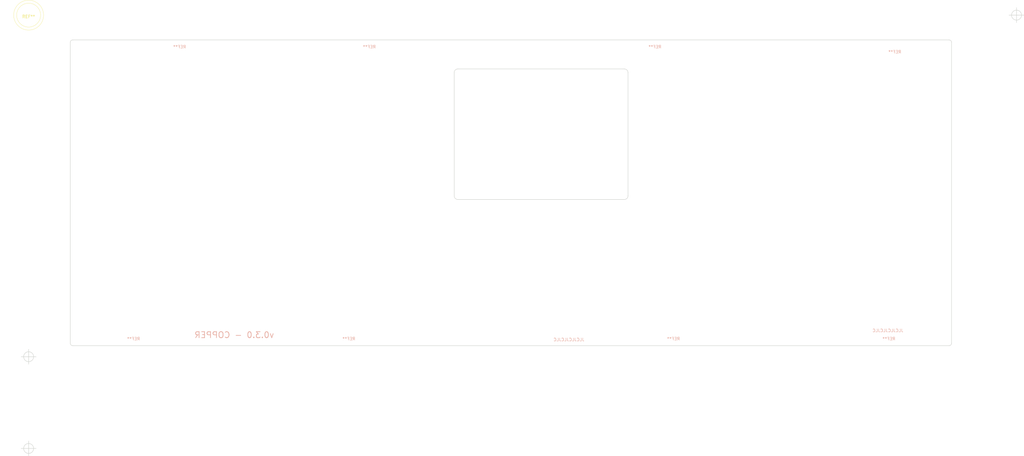
<source format=kicad_pcb>
(kicad_pcb (version 20171130) (host pcbnew 5.1.5+dfsg1-2build2)
  (layers (0 F.Cu signal) (31 B.Cu signal) (34 B.Paste user hide) (35 F.Paste user) (36 B.SilkS user) (37 F.SilkS user) (38 B.Mask user) (39 F.Mask user) (44 Edge.Cuts user))
  (net 0 "")
  (module OTTO_Footprints_Lib:mic_hole_front_plate (layer F.Cu) (at 276.07 13.8)
    (fp_text reference REF** hide)
    (fp_text value mic_hole_front_plate)
    (pad "" np_thru_hole circle (at 0 0) (size 1 1) (drill 1) (layers *.Cu *.Mask))
  )
  (module OTTO_Footprints_Lib:ALPS_SKHC (layer F.Cu) (at 134.2 96.1)
    (fp_text reference SW7 (at 0 0 90) (layer F.SilkS))
    (fp_text value "ALPS SKHC")
    (pad "" np_thru_hole circle (at 0 0) (size 11.7 11.7) (drill 11.7) (layers *.Cu *.Mask))
  )
  (module OTTO_Icons_Lib:icons_grid_v3 (layer F.Cu) (at 256.09 37.63)
    (fp_text reference G*** hide)
    (fp_text value LOGO hide)
  )
  (module OTTO_Icons_Lib:logo (layer F.Cu) (at 35.1256 27.0588)
    (fp_text reference G*** hide)
    (fp_text value LOGO hide)
  )
  (module OTTO_Footprints_Lib:RightAngle_Small (layer B.Cu) (at 34.96 109.61)
    (fp_text reference REF** (at 0.1 -1.3) (layer B.SilkS) (effects (justify mirror)))
    (fp_text value RightAngle_Small)
  )
  (module OTTO_Footprints_Lib:RightAngle_Small (layer B.Cu) (at 106.93 109.6)
    (fp_text reference REF** (at 0.1 -1.3) (layer B.SilkS) (effects (justify mirror)))
    (fp_text value RightAngle_Small)
  )
  (module OTTO_Footprints_Lib:RightAngle_Small (layer B.Cu) (at 209.43 9.32 180)
    (fp_text reference REF** (at 0.1 -1.3) (layer B.SilkS) (effects (justify mirror)))
    (fp_text value RightAngle_Small)
  )
  (module OTTO_Footprints_Lib:RightAngle_Small (layer B.Cu) (at 289.61 9.32 180)
    (fp_text reference REF** (at 0.1 -3) (layer B.SilkS) (effects (justify mirror)))
    (fp_text value RightAngle_Small)
  )
  (module OTTO_Footprints_Lib:RightAngle_Large (layer B.Cu) (at 50.56 9.32 180)
    (fp_text reference REF** (at 0.1 -1.3) (layer B.SilkS) (effects (justify mirror)))
    (fp_text value RightAngle_Large)
  )
  (module OTTO_Footprints_Lib:RightAngle_Small (layer B.Cu) (at 215.43 109.6)
    (fp_text reference REF** (at 0.1 -1.3) (layer B.SilkS) (effects (justify mirror)))
    (fp_text value RightAngle_Small)
  )
  (module OTTO_Footprints_Lib:RightAngle_Small (layer B.Cu) (at 287.43 109.6)
    (fp_text reference REF** (at 0.1 -1.3) (layer B.SilkS) (effects (justify mirror)))
    (fp_text value RightAngle_Small)
  )
  (module OTTO_Footprints_Lib:RightAngle_Large (layer B.Cu) (at 113.98 9.32 180)
    (fp_text reference REF** (at 0.1 -1.3) (layer B.SilkS) (effects (justify mirror)))
    (fp_text value RightAngle_Large)
  )
  (module OTTO_Icons_Lib:only_hole (layer F.Cu) (at 221.7 59.85)
    (fp_text reference G*** hide)
    (fp_text value LOGO hide)
    (pad "" np_thru_hole circle (at 0 0) (size 3.2 3.2) (drill 3.2) (layers *.Cu *.Mask))
  )
  (module OTTO_Icons_Lib:only_hole (layer F.Cu) (at 299.7 47.85)
    (fp_text reference G*** hide)
    (fp_text value LOGO hide)
    (pad "" np_thru_hole circle (at 0 0) (size 3.2 3.2) (drill 3.2) (layers *.Cu *.Mask))
  )
  (module OTTO_Icons_Lib:only_hole (layer F.Cu) (at 287.7 47.85)
    (fp_text reference G*** hide)
    (fp_text value LOGO hide)
    (pad "" np_thru_hole circle (at 0 0) (size 3.2 3.2) (drill 3.2) (layers *.Cu *.Mask))
  )
  (module OTTO_Icons_Lib:only_hole (layer F.Cu) (at 233.7 47.85)
    (fp_text reference G*** hide)
    (fp_text value LOGO hide)
    (pad "" np_thru_hole circle (at 0 0) (size 3.2 3.2) (drill 3.2) (layers *.Cu *.Mask))
  )
  (module OTTO_Icons_Lib:only_hole (layer F.Cu) (at 221.7 47.85)
    (fp_text reference G*** hide)
    (fp_text value LOGO hide)
    (pad "" np_thru_hole circle (at 0 0) (size 3.2 3.2) (drill 3.2) (layers *.Cu *.Mask))
  )
  (module OTTO_Icons_Lib:only_hole (layer F.Cu) (at 299.7 35.85)
    (fp_text reference G*** hide)
    (fp_text value LOGO hide)
    (pad "" np_thru_hole circle (at 0 0) (size 3.2 3.2) (drill 3.2) (layers *.Cu *.Mask))
  )
  (module OTTO_Icons_Lib:only_hole (layer F.Cu) (at 287.7 35.85)
    (fp_text reference G*** hide)
    (fp_text value LOGO hide)
    (pad "" np_thru_hole circle (at 0 0) (size 3.2 3.2) (drill 3.2) (layers *.Cu *.Mask))
  )
  (module OTTO_Icons_Lib:only_hole (layer F.Cu) (at 269.7 35.85)
    (fp_text reference G*** hide)
    (fp_text value LOGO hide)
    (pad "" np_thru_hole circle (at 0 0) (size 3.2 3.2) (drill 3.2) (layers *.Cu *.Mask))
  )
  (module OTTO_Icons_Lib:only_hole (layer F.Cu) (at 257.7 35.85)
    (fp_text reference G*** hide)
    (fp_text value LOGO hide)
    (pad "" np_thru_hole circle (at 0 0) (size 3.2 3.2) (drill 3.2) (layers *.Cu *.Mask))
  )
  (module OTTO_Icons_Lib:only_hole (layer F.Cu) (at 245.7 35.85)
    (fp_text reference G*** hide)
    (fp_text value LOGO hide)
    (pad "" np_thru_hole circle (at 0 0) (size 3.2 3.2) (drill 3.2) (layers *.Cu *.Mask))
  )
  (module OTTO_Icons_Lib:only_hole (layer F.Cu) (at 233.7 35.85)
    (fp_text reference G*** hide)
    (fp_text value LOGO hide)
    (pad "" np_thru_hole circle (at 0 0) (size 3.2 3.2) (drill 3.2) (layers *.Cu *.Mask))
  )
  (module OTTO_Icons_Lib:only_hole (layer F.Cu) (at 221.7 35.85)
    (fp_text reference G*** hide)
    (fp_text value LOGO hide)
    (pad "" np_thru_hole circle (at 0 0) (size 3.2 3.2) (drill 3.2) (layers *.Cu *.Mask))
  )
  (module OTTO_Icons_Lib:only_hole (layer F.Cu) (at 299.7 23.85)
    (fp_text reference G*** hide)
    (fp_text value LOGO hide)
    (pad "" np_thru_hole circle (at 0 0) (size 3.2 3.2) (drill 3.2) (layers *.Cu *.Mask))
  )
  (module OTTO_Icons_Lib:only_hole (layer F.Cu) (at 287.7 23.85)
    (fp_text reference G*** hide)
    (fp_text value LOGO hide)
    (pad "" np_thru_hole circle (at 0 0) (size 3.2 3.2) (drill 3.2) (layers *.Cu *.Mask))
  )
  (module OTTO_Icons_Lib:only_hole (layer F.Cu) (at 269.7 23.85)
    (fp_text reference G*** hide)
    (fp_text value LOGO hide)
    (pad "" np_thru_hole circle (at 0 0) (size 3.2 3.2) (drill 3.2) (layers *.Cu *.Mask))
  )
  (module OTTO_Icons_Lib:only_hole (layer F.Cu) (at 257.7 23.85)
    (fp_text reference G*** hide)
    (fp_text value LOGO hide)
    (pad "" np_thru_hole circle (at 0 0) (size 3.2 3.2) (drill 3.2) (layers *.Cu *.Mask))
  )
  (module OTTO_Icons_Lib:only_hole (layer F.Cu) (at 245.7 23.85)
    (fp_text reference G*** hide)
    (fp_text value LOGO hide)
    (pad "" np_thru_hole circle (at 0 0) (size 3.2 3.2) (drill 3.2) (layers *.Cu *.Mask))
  )
  (module OTTO_Icons_Lib:only_hole (layer F.Cu) (at 233.7 23.85)
    (fp_text reference G*** hide)
    (fp_text value LOGO hide)
    (pad "" np_thru_hole circle (at 0 0) (size 3.2 3.2) (drill 3.2) (layers *.Cu *.Mask))
  )
  (module OTTO_Icons_Lib:only_hole (layer F.Cu) (at 221.7 23.85)
    (fp_text reference G*** hide)
    (fp_text value LOGO hide)
    (pad "" np_thru_hole circle (at 0 0) (size 3.2 3.2) (drill 3.2) (layers *.Cu *.Mask))
  )
  (module OTTO_Icons_Lib:f_icon (layer F.Cu) (at 269.7 59.85)
    (fp_text reference G*** hide)
    (fp_text value LOGO hide)
    (pad "" np_thru_hole circle (at 0 0) (size 3.2 3.2) (drill 3.2) (layers *.Cu *.Mask))
  )
  (module OTTO_Icons_Lib:e_icon (layer F.Cu) (at 257.7 59.85)
    (fp_text reference G*** hide)
    (fp_text value LOGO hide)
    (pad "" np_thru_hole circle (at 0 0) (size 3.2 3.2) (drill 3.2) (layers *.Cu *.Mask))
  )
  (module OTTO_Icons_Lib:d_icon (layer F.Cu) (at 245.7 59.85)
    (fp_text reference G*** hide)
    (fp_text value LOGO hide)
    (pad "" np_thru_hole circle (at 0 0) (size 3.2 3.2) (drill 3.2) (layers *.Cu *.Mask))
  )
  (module OTTO_Icons_Lib:c_icon (layer F.Cu) (at 233.7 59.85)
    (fp_text reference G*** hide)
    (fp_text value LOGO hide)
    (pad "" np_thru_hole circle (at 0 0) (size 3.2 3.2) (drill 3.2) (layers *.Cu *.Mask))
  )
  (module OTTO_Icons_Lib:b_icon (layer F.Cu) (at 257.7 47.85)
    (fp_text reference G*** hide)
    (fp_text value LOGO hide)
    (pad "" np_thru_hole circle (at 0 0) (size 3.2 3.2) (drill 3.2) (layers *.Cu *.Mask))
  )
  (module OTTO_Icons_Lib:a_icon (layer F.Cu) (at 245.7 47.85)
    (fp_text reference G*** hide)
    (fp_text value LOGO hide)
    (pad "" np_thru_hole circle (at 0 0) (size 3.2 3.2) (drill 3.2) (layers *.Cu *.Mask))
  )
  (module OTTO_Footprints_Lib:AUX_BOARD (layer F.Cu) (at 0 0)
    (fp_text reference REF** (at 0 0.5) (layer F.SilkS))
    (fp_text value AUX_BOARD)
    (fp_circle (center 0 0) (end 0 4) (layer F.SilkS) (width 0.12))
  )
  (module OTTO_Footprints_Lib:MAIN_BOARD (layer F.Cu) (at 0 0)
    (fp_text reference REF** (at 0 0.5) (layer F.SilkS))
    (fp_text value MAIN_BOARD)
    (fp_circle (center 0 0) (end 0 5) (layer F.SilkS) (width 0.12))
  )
  (module OTTO_Footprints_Lib:6x6mm_Switch (layer F.Cu) (at 269.7 47.85 45)
    (fp_text reference SW38 hide)
    (fp_text value 6x6x13mm)
    (pad "" np_thru_hole circle (at 0 0 45) (size 3.2 3.2) (drill 3.2) (layers *.Cu *.Mask))
  )
  (module OTTO_Footprints_Lib:6x6mm_Switch (layer F.Cu) (at 299.7 59.85 45)
    (fp_text reference SW33 hide)
    (fp_text value 6x6x13mm)
    (pad "" np_thru_hole circle (at 0 0 45) (size 3.2 3.2) (drill 3.2) (layers *.Cu *.Mask))
  )
  (module OTTO_Footprints_Lib:6x6mm_Switch (layer F.Cu) (at 287.7 59.85 45)
    (fp_text reference SW32 hide)
    (fp_text value 6x6x13mm)
    (pad "" np_thru_hole circle (at 0 0 45) (size 3.2 3.2) (drill 3.2) (layers *.Cu *.Mask))
  )
  (module OTTO_Footprints_Lib:ALPS_SKHC (layer F.Cu) (at 44.2 96.1)
    (fp_text reference SW2 (at 0 0) (layer F.SilkS))
    (fp_text value "ALPS SKHC")
    (pad "" np_thru_hole circle (at 0 0) (size 11.7 11.7) (drill 11.7) (layers *.Cu *.Mask))
  )
  (module OTTO_Footprints_Lib:ALPS_SKHC (layer F.Cu) (at 26.2 96.1)
    (fp_text reference SW1 (at 0 0 180) (layer F.SilkS))
    (fp_text value "ALPS SKHC")
    (pad "" np_thru_hole circle (at 0 0) (size 11.7 11.7) (drill 11.7) (layers *.Cu *.Mask))
  )
  (module OTTO_Footprints_Lib:ALPS_SKHC (layer F.Cu) (at 269.2 80.6)
    (fp_text reference SW26 (at 0 0 180) (layer F.SilkS))
    (fp_text value "ALPS SKHC")
    (pad "" np_thru_hole circle (at 0 0) (size 11.7 11.7) (drill 11.7) (layers *.Cu *.Mask))
  )
  (module OTTO_Footprints_Lib:ALPS_SKHC (layer F.Cu) (at 251.2 80.6)
    (fp_text reference SW25 (at 0 0 180) (layer F.SilkS))
    (fp_text value "ALPS SKHC")
    (pad "" np_thru_hole circle (at 0 0) (size 11.7 11.7) (drill 11.7) (layers *.Cu *.Mask))
  )
  (module OTTO_Footprints_Lib:ALPS_SKHC (layer F.Cu) (at 125.2 80.6)
    (fp_text reference SW20 (at 0 0 180) (layer F.SilkS))
    (fp_text value "ALPS SKHC")
    (pad "" np_thru_hole circle (at 0 0) (size 11.7 11.7) (drill 11.7) (layers *.Cu *.Mask))
  )
  (module OTTO_Footprints_Lib:ALPS_SKHC (layer F.Cu) (at 107.2 80.6)
    (fp_text reference SW19 (at 0 0 180) (layer F.SilkS))
    (fp_text value "ALPS SKHC")
    (pad "" np_thru_hole circle (at 0 0) (size 11.7 11.7) (drill 11.7) (layers *.Cu *.Mask))
  )
  (module OTTO_Footprints_Lib:ALPS_SKHC (layer F.Cu) (at 260.2 96.1)
    (fp_text reference SW14 (at 0 0 180) (layer F.SilkS))
    (fp_text value "ALPS SKHC")
    (pad "" np_thru_hole circle (at 0 0) (size 11.7 11.7) (drill 11.7) (layers *.Cu *.Mask))
  )
  (module OTTO_Footprints_Lib:ALPS_SKHC (layer F.Cu) (at 242.2 96.1)
    (fp_text reference SW13 (at 0 0 180) (layer F.SilkS))
    (fp_text value "ALPS SKHC")
    (pad "" np_thru_hole circle (at 0 0) (size 11.7 11.7) (drill 11.7) (layers *.Cu *.Mask))
  )
  (module OTTO_Footprints_Lib:ALPS_SKHC (layer F.Cu) (at 224.2 96.1)
    (fp_text reference SW12 (at 0 0 180) (layer F.SilkS))
    (fp_text value "ALPS SKHC")
    (pad "" np_thru_hole circle (at 0 0) (size 11.7 11.7) (drill 11.7) (layers *.Cu *.Mask))
  )
  (module OTTO_Footprints_Lib:ALPS_SKHC (layer F.Cu) (at 206.2 96.1)
    (fp_text reference SW11 (at 0 0 90) (layer F.SilkS))
    (fp_text value "ALPS SKHC")
    (pad "" np_thru_hole circle (at 0 0) (size 11.7 11.7) (drill 11.7) (layers *.Cu *.Mask))
  )
  (module OTTO_Footprints_Lib:ALPS_SKHC (layer F.Cu) (at 188.2 96.1)
    (fp_text reference SW10 (at 0 0 180) (layer F.SilkS))
    (fp_text value "ALPS SKHC")
    (pad "" np_thru_hole circle (at 0 0) (size 11.7 11.7) (drill 11.7) (layers *.Cu *.Mask))
  )
  (module OTTO_Footprints_Lib:ALPS_SKHC (layer F.Cu) (at 170.2 96.1)
    (fp_text reference SW9 (at 0 0 180) (layer F.SilkS))
    (fp_text value "ALPS SKHC")
    (pad "" np_thru_hole circle (at 0 0) (size 11.7 11.7) (drill 11.7) (layers *.Cu *.Mask))
  )
  (module OTTO_Footprints_Lib:ALPS_SKHC (layer F.Cu) (at 152.2 96.1)
    (fp_text reference SW8 (at 0 0 180) (layer F.SilkS))
    (fp_text value "ALPS SKHC")
    (pad "" np_thru_hole circle (at 0 0) (size 11.7 11.7) (drill 11.7) (layers *.Cu *.Mask))
  )
  (module OTTO_Footprints_Lib:ALPS_SKHC (layer F.Cu) (at 116.2 96.1)
    (fp_text reference SW6 (at 0 0 180) (layer F.SilkS))
    (fp_text value "ALPS SKHC")
    (pad "" np_thru_hole circle (at 0 0) (size 11.7 11.7) (drill 11.7) (layers *.Cu *.Mask))
  )
  (module OTTO_Footprints_Lib:ALPS_SKHC (layer F.Cu) (at 98.2 96.1)
    (fp_text reference SW5 (at 0 0 180) (layer F.SilkS))
    (fp_text value "ALPS SKHC")
    (pad "" np_thru_hole circle (at 0 0) (size 11.7 11.7) (drill 11.7) (layers *.Cu *.Mask))
  )
  (module OTTO_Footprints_Lib:ALPS_SKHC (layer F.Cu) (at 80.2 96.1)
    (fp_text reference SW4 (at 0 0 180) (layer F.SilkS))
    (fp_text value "ALPS SKHC")
    (pad "" np_thru_hole circle (at 0 0) (size 11.7 11.7) (drill 11.7) (layers *.Cu *.Mask))
  )
  (module OTTO_Footprints_Lib:ALPS_SKHC (layer F.Cu) (at 62.2 96.1)
    (fp_text reference SW3 (at 0 0 180) (layer F.SilkS))
    (fp_text value "ALPS SKHC")
    (pad "" np_thru_hole circle (at 0 0) (size 11.7 11.7) (drill 11.7) (layers *.Cu *.Mask))
  )
  (module OTTO_Footprints_Lib:ALPS_SKHC (layer F.Cu) (at 233.2 80.6)
    (fp_text reference SW24 (at 0 0 90) (layer F.SilkS))
    (fp_text value "ALPS SKHC")
    (pad "" np_thru_hole circle (at 0 0) (size 11.7 11.7) (drill 11.7) (layers *.Cu *.Mask))
  )
  (module OTTO_Footprints_Lib:ALPS_SKHC (layer F.Cu) (at 197.2 80.6)
    (fp_text reference SW23 (at 0 0 180) (layer F.SilkS))
    (fp_text value "ALPS SKHC")
    (pad "" np_thru_hole circle (at 0 0) (size 11.7 11.7) (drill 11.7) (layers *.Cu *.Mask))
  )
  (module OTTO_Footprints_Lib:ALPS_SKHC (layer F.Cu) (at 179.2 80.6)
    (fp_text reference SW22 (at 0 0 180) (layer F.SilkS))
    (fp_text value "ALPS SKHC")
    (pad "" np_thru_hole circle (at 0 0) (size 11.7 11.7) (drill 11.7) (layers *.Cu *.Mask))
  )
  (module OTTO_Footprints_Lib:ALPS_SKHC (layer F.Cu) (at 143.2 80.6)
    (fp_text reference SW21 (at 0 0 180) (layer F.SilkS))
    (fp_text value "ALPS SKHC")
    (pad "" np_thru_hole circle (at 0 0) (size 11.7 11.7) (drill 11.7) (layers *.Cu *.Mask))
  )
  (module OTTO_Footprints_Lib:ALPS_SKHC (layer F.Cu) (at 71.2 80.6)
    (fp_text reference SW18 (at 0 0 180) (layer F.SilkS))
    (fp_text value "ALPS SKHC")
    (pad "" np_thru_hole circle (at 0 0) (size 11.7 11.7) (drill 11.7) (layers *.Cu *.Mask))
  )
  (module OTTO_Footprints_Lib:ALPS_SKHC (layer F.Cu) (at 53.2 80.6)
    (fp_text reference SW17 (at 0 0 90) (layer F.SilkS))
    (fp_text value "ALPS SKHC")
    (pad "" np_thru_hole circle (at 0 0) (size 11.7 11.7) (drill 11.7) (layers *.Cu *.Mask))
  )
  (module OTTO_Footprints_Lib:ALPS_SKHC (layer F.Cu) (at 296.2 96.1)
    (fp_text reference SW16 (at 0 0 180) (layer F.SilkS))
    (fp_text value "ALPS SKHC")
    (pad "" np_thru_hole circle (at 0 0) (size 11.7 11.7) (drill 11.7) (layers *.Cu *.Mask))
  )
  (module OTTO_Footprints_Lib:ALPS_SKHC (layer F.Cu) (at 278.2 96.1)
    (fp_text reference SW15 (at 0 0 90) (layer F.SilkS))
    (fp_text value "ALPS SKHC")
    (pad "" np_thru_hole circle (at 0 0) (size 11.7 11.7) (drill 11.7) (layers *.Cu *.Mask))
  )
  (module OTTO_Footprints_Lib:ALPS_EC11 (layer F.Cu) (at 35.2 51.6)
    (fp_text reference ENC1 hide)
    (fp_text value "ALPS EC11E183440C")
    (pad "" np_thru_hole circle (at 0 0) (size 7.2 7.2) (drill 7.2) (layers *.Cu *.Mask))
  )
  (module OTTO_Footprints_Lib:ALPS_EC11 (layer F.Cu) (at 89.2 51.6)
    (fp_text reference ENC3 hide)
    (fp_text value "ALPS EC11E183440C")
    (pad "" np_thru_hole circle (at 0 0) (size 7.2 7.2) (drill 7.2) (layers *.Cu *.Mask))
  )
  (module OTTO_Footprints_Lib:ALPS_EC11 (layer F.Cu) (at 62.2 31.6)
    (fp_text reference ENC2 hide)
    (fp_text value "ALPS EC11E183440C")
    (pad "" np_thru_hole circle (at 0 0) (size 7.2 7.2) (drill 7.2) (layers *.Cu *.Mask))
  )
  (module OTTO_Footprints_Lib:ALPS_EC11 (layer F.Cu) (at 116.2 31.6 90)
    (fp_text reference ENC4 hide)
    (fp_text value "ALPS EC11E183440C")
    (pad "" np_thru_hole circle (at 0 0 90) (size 7.2 7.2) (drill 7.2) (layers *.Cu *.Mask))
  )
  (module OTTO_Footprints_Lib:Mounting_Hole_M2.5_Loose_Fit (layer F.Cu) (at 322.3856 13.0378)
    (fp_text reference H205 hide)
    (fp_text value MountingHole)
    (pad "" np_thru_hole circle (at 0 0) (size 2.8 2.8) (drill 2.8) (layers *.Cu *.Mask) (clearance 1.5))
  )
  (module OTTO_Footprints_Lib:Mounting_Hole_M2.5_Loose_Fit (layer F.Cu) (at -8.17 15.654)
    (fp_text reference H204 hide)
    (fp_text value MountingHole)
    (pad "" np_thru_hole circle (at 0 0) (size 2.8 2.8) (drill 2.8) (layers *.Cu *.Mask) (clearance 1.5))
  )
  (module OTTO_Footprints_Lib:Mounting_Hole_M2.5_Loose_Fit (layer F.Cu) (at 322.9444 95.4862)
    (fp_text reference H202 hide)
    (fp_text value MountingHole)
    (pad "" np_thru_hole circle (at 0 0) (size 2.8 2.8) (drill 2.8) (layers *.Cu *.Mask) (clearance 1.5))
  )
  (module OTTO_Footprints_Lib:Mounting_Hole_M2.5_Loose_Fit (layer F.Cu) (at -0.7532 102.141)
    (fp_text reference H201 hide)
    (fp_text value MountingHole)
    (pad "" np_thru_hole circle (at 0 0) (size 2.8 2.8) (drill 2.8) (layers *.Cu *.Mask) (clearance 1.5))
  )
  (gr_text "v0.3.0 - COPPER" (at 68.7336 107.0188) (layer B.SilkS) (effects (font (size 2 2) (thickness 0.25)) (justify mirror)))
  (gr_text JLCJLCJLCJLC (at 180.5836 108.5888) (layer B.SilkS) (effects (font (size 1 1)) (justify mirror)))
  (gr_arc (start 307.67 9.1) (end 308.47 9.1) (angle -90) (layer Edge.Cuts) (width 0.15))
  (gr_arc (start 307.67 109.8) (end 307.67 110.6) (angle -90) (layer Edge.Cuts) (width 0.15))
  (gr_arc (start 14.73 109.8) (end 13.93 109.8) (angle -90) (layer Edge.Cuts) (width 0.15))
  (gr_arc (start 14.73 9.1) (end 14.73 8.3) (angle -90) (layer Edge.Cuts) (width 0.15))
  (gr_line (start 307.67 8.3) (end 14.73 8.3) (layer Edge.Cuts) (width 0.15))
  (gr_line (start 13.93 9.1) (end 13.93 109.8) (layer Edge.Cuts) (width 0.15))
  (gr_line (start 308.47 109.8) (end 308.47 9.1) (layer Edge.Cuts) (width 0.15))
  (gr_line (start 14.73 110.6) (end 307.67 110.6) (layer Edge.Cuts) (width 0.15))
  (target plus (at 0 145) (size 5) (width 0.15) (layer Edge.Cuts))
  (gr_arc (start 199.09 60.45) (end 199.09 61.7) (angle -90) (layer Edge.Cuts) (width 0.15))
  (gr_arc (start 143.491041 60.45) (end 142.241041 60.45) (angle -90) (layer Edge.Cuts) (width 0.15))
  (gr_text JLCJLCJLCJLC (at 287.2 105.55) (layer B.SilkS) (effects (font (size 1 1)) (justify mirror)))
  (gr_arc (start 143.49 19.25) (end 143.49 18) (angle -90) (layer Edge.Cuts) (width 0.15))
  (gr_arc (start 199.09 19.25) (end 200.34 19.25) (angle -90) (layer Edge.Cuts) (width 0.15))
  (gr_line (start 143.49 18) (end 199.09 18) (layer Edge.Cuts) (width 0.15))
  (gr_line (start 143.491041 61.7) (end 199.09 61.7) (layer Edge.Cuts) (width 0.15))
  (gr_line (start 142.24 19.25) (end 142.241041 60.45) (layer Edge.Cuts) (width 0.15))
  (gr_line (start 200.34 19.25) (end 200.34 60.45) (layer Edge.Cuts) (width 0.15))
  (target plus (at 0 114.3) (size 5) (width 0.15) (layer Edge.Cuts))
  (target plus (at 330.2 0) (size 5) (width 0.15) (layer Edge.Cuts))
)
</source>
